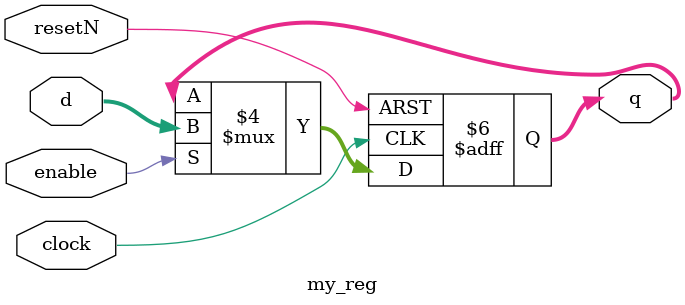
<source format=v>
/* This is an example of how to create animation using the VGA Adapter designed for the DE2 board.
 *
 * This circuit takes four images from memory (stored in animation.mif), where each image is one frame
 * of the animation. The circuit then draws one of these images on the screen such that the top left corner of the image
 * is located at (x_current, y_current). After an image is drawn it is erased and redrawn in a new location
 * by changing x_current and y_current. When the coordiantes of the top left corner are changed the
 * image to be drawn also changes, thus creating an animation.
 *
 * The input to this circuit are a 50MHz clock, called CLOCK_50, and an asynchronous reset, called resetN.
 * The outputs are x,y,color and write_En which indicate when and where to draw a pixel on the screen. These
 * outputs should be directly connected to the VGAAdapter.
 *
 * FSM Author: Tomasz Czajkowski
 * Date: November 27, 2006.
 */

module test_plotting(CLOCK_50, resetN, collision, x, y, color, write_En,negx,negy,posx,posy,backspace,score,test,lives_lost);
	parameter IMAGE_WIDTH = 5'd16;
	parameter IMAGE_WIDTH_COUNTER_BITS = 4;
	parameter IMAGE_HEIGHT = 5'd16;
	parameter IMAGE_HEIGHT_COUNTER_BITS = 4;
	parameter BITS_TO_ADDRESS_IMAGE = 8;
	parameter SCREEN_WIDTH = 8'd160;
	parameter SCREEN_HEIGHT = 7'd120;
	parameter IMAGE_ID_BITS = 2; 
	parameter IMAGE_FROG = "frog.mif";
	parameter IMAGE_CAR = "car.mif";
	parameter IMAGE_SCORE1 = "score1.mif";
	parameter IMAGE_SCORE2 = "score2.mif";
	parameter IMAGE_SCORE3 = "score3.mif";
	parameter IMAGE_LIVES = "lives.mif";
	input CLOCK_50;
	input resetN;
	input negx, negy;
	input posx, posy;
	input backspace;
	output reg [7:0] x;
	output reg [6:0] y;
	output reg [2:0] color;
	output write_En;
	output wire collision;
	output [3:0] score;
	output [1:0] lives_lost;
	output test;
	
	
	/*************************************************************/
	/*** DECLARE LOCAL WIRES *************************************/
	/*************************************************************/
	wire	gnd;
	wire	[2:0] mem_out_frog;
	wire    [2:0] mem_out_car;
	wire    [2:0] mem_out_score1;
	wire    [2:0] mem_out_score2;
	wire    [2:0] mem_out_score3;
	wire    [2:0] lives;
	wire	[2:0] black_color;
	wire    [2:0] red_color;
	wire    [2:0] green_color;
	wire	[BITS_TO_ADDRESS_IMAGE+IMAGE_ID_BITS-1:0] mem_address_frog;
	wire	[BITS_TO_ADDRESS_IMAGE+IMAGE_ID_BITS-1:0] mem_address_car;
	wire	[BITS_TO_ADDRESS_IMAGE+IMAGE_ID_BITS-1:0] mem_address_score1;
	wire	[BITS_TO_ADDRESS_IMAGE+IMAGE_ID_BITS-1:0] mem_address_score2;
	wire	[BITS_TO_ADDRESS_IMAGE+IMAGE_ID_BITS-1:0] mem_address_score3;
	wire	[BITS_TO_ADDRESS_IMAGE+IMAGE_ID_BITS-1:0] mem_address_lives;
	wire	[IMAGE_WIDTH_COUNTER_BITS - 1:0] x_counter;		// Frog
	wire	[IMAGE_HEIGHT_COUNTER_BITS - 1:0] y_counter;
	wire	[IMAGE_WIDTH_COUNTER_BITS - 1:0] x_counter1;	// Column 1
	wire	[IMAGE_HEIGHT_COUNTER_BITS - 1:0] y_counter1;
	wire	[IMAGE_WIDTH_COUNTER_BITS - 1:0] x_counter2;	// Column 2
	wire	[IMAGE_HEIGHT_COUNTER_BITS - 1:0] y_counter2;
	wire	[IMAGE_WIDTH_COUNTER_BITS - 1:0] x_counter3;
	wire	[IMAGE_HEIGHT_COUNTER_BITS - 1:0] y_counter3;
	wire	[IMAGE_WIDTH_COUNTER_BITS - 1:0] x_counter4;
	wire	[IMAGE_HEIGHT_COUNTER_BITS - 1:0] y_counter4;
	wire	enable_x, enable_y;
	wire enable_x1, enable_y1;
	wire enable_x2, enable_y2;
	wire enable_x3, enable_y3;
	wire enable_x4, enable_y4;
	wire	[7:0] x_current;	// Frog
	wire	[6:0] y_current;
	wire	[7:0] x_current1;	// Speed 1
	wire	[6:0] y_current1;
	wire	[7:0] x_current2;	// Speed 2
	wire	[6:0] y_current2;
	wire	[7:0] x_current3;	// Speed 3
	wire	[6:0] y_current3;
	wire	[7:0] x_current4;	// Speed 4
	wire	[6:0] y_current4;
	wire	enable_regs;
	wire	add_x;	// Frog
	wire	add_y;
	wire	add_x1;	// Speed 1
	wire	add_y1;
	wire	add_x2;	// Speed 2
	wire	add_y2;
	wire	add_x3;	// Speed 2
	wire	add_y3;
	wire	add_x4;	// Speed 2
	wire	add_y4;
	wire	toggle_x_dir, toggle_y_dir, enable_loc, erase;
	wire toggle_x_dir1, toggle_y_dir1, enable_loc1, erase1;
	wire toggle_x_dir2, toggle_y_dir2, enable_loc2, erase2;
	wire toggle_x_dir3, toggle_y_dir3, enable_loc3, erase3;
	wire toggle_x_dir4, toggle_y_dir4, enable_loc4, erase4;
	wire write_En1;	// Dummy wire
	wire write_En2;	// Dummy wire
	wire write_En3;	// Dummy wire
	wire write_En4;	// Dummy wire
	wire	[BITS_TO_ADDRESS_IMAGE-1:0] img_offset;
	wire	[BITS_TO_ADDRESS_IMAGE-1:0] img_offset1;
	wire	[BITS_TO_ADDRESS_IMAGE-1:0] img_offset_score1;
	wire	[BITS_TO_ADDRESS_IMAGE-1:0] img_offset_score2;
	wire	[BITS_TO_ADDRESS_IMAGE-1:0] img_offset_score3;
	wire	[BITS_TO_ADDRESS_IMAGE-1:0] img_offset_lives;
	
	
	/* These determines the new location of the top left corner of the image */
	reg		[7:0] new_x;	// Frog
	reg		[6:0] new_y;
	reg		[7:0] new_x1;	// Speed 1
	reg		[6:0] new_y1;
	reg		[7:0] new_x2;	// Speed 2
	reg		[6:0] new_y2;	
	reg		[7:0] new_x3;	// Speed 3
	reg		[6:0] new_y3;
	reg		[7:0] new_x4;	// Speed 4
	reg		[6:0] new_y4;
		
	/* This determines which image to draw. If you want to slow down the animation simply
	 * add a few bits to this set of wires. */
	reg		[IMAGE_ID_BITS-1:0] img_to_show;
	reg		[IMAGE_ID_BITS-1:0] img_to_show1;
	reg		[IMAGE_ID_BITS-1:0] img_to_show_score1; // determines which score to display
	reg		[IMAGE_ID_BITS-1:0] img_to_show_score2;
	reg		[IMAGE_ID_BITS-1:0] img_to_show_score3;
	reg		[IMAGE_ID_BITS-1:0] img_to_show_lives;

	/* The gnd signal is used as input to the WriteEnable port of memory. It is set to 0 so that the animation
	 * images are not altered. */
	assign	gnd = 1'b0;
	
	/* This a signal that defines black color, used when erasing the image.*/
	assign	black_color = 3'b000;
	assign	red_color = 3'b100;
	assign green_color = 3'b010;

	/*************************/
	/* Test Circuit Datapath */
	/*************************/
	
	/* First create RAM to store the animation. Have it initialized with the data describing 4 frames of the animation. */
	lpm_ram_dq my_ram_frog(.inclock(CLOCK_50), .outclock(CLOCK_50), .data(black_color),
						.address(mem_address_frog), .we(gnd), .q(mem_out_frog) );
		defparam my_ram_frog.LPM_FILE = IMAGE_FROG;
		defparam my_ram_frog.LPM_WIDTH = 3;
		defparam my_ram_frog.LPM_WIDTHAD = BITS_TO_ADDRESS_IMAGE+IMAGE_ID_BITS;
		defparam my_ram_frog.LPM_INDATA = "REGISTERED";
		defparam my_ram_frog.LPM_ADDRESS_CONTROL = "REGISTERED";
		defparam my_ram_frog.LPM_OUTDATA = "REGISTERED";

	lpm_ram_dq my_ram_car(.inclock(CLOCK_50), .outclock(CLOCK_50), .data(black_color),
						.address(mem_address_car), .we(gnd), .q(mem_out_car) );
		defparam my_ram_car.LPM_FILE = IMAGE_CAR;
		defparam my_ram_car.LPM_WIDTH = 3;
		defparam my_ram_car.LPM_WIDTHAD = BITS_TO_ADDRESS_IMAGE+IMAGE_ID_BITS;
		defparam my_ram_car.LPM_INDATA = "REGISTERED";
		defparam my_ram_car.LPM_ADDRESS_CONTROL = "REGISTERED";
		defparam my_ram_car.LPM_OUTDATA = "REGISTERED";
		
	lpm_ram_dq my_ram_score1(.inclock(CLOCK_50), .outclock(CLOCK_50), .data(black_color),
							 .address(mem_address_score1), .we(gnd), .q(mem_out_score1) );
		defparam my_ram_score1.LPM_FILE = IMAGE_SCORE1;
		defparam my_ram_score1.LPM_WIDTH = 3;
		defparam my_ram_score1.LPM_WIDTHAD = BITS_TO_ADDRESS_IMAGE+IMAGE_ID_BITS;
		defparam my_ram_score1.LPM_INDATA = "REGISTERED";
		defparam my_ram_score1.LPM_ADDRESS_CONTROL = "REGISTERED";
		defparam my_ram_score1.LPM_OUTDATA = "REGISTERED";
	
	lpm_ram_dq my_ram_score2(.inclock(CLOCK_50), .outclock(CLOCK_50), .data(black_color),
							 .address(mem_address_score2), .we(gnd), .q(mem_out_score2) );
		defparam my_ram_score2.LPM_FILE = IMAGE_SCORE2;
		defparam my_ram_score2.LPM_WIDTH = 3;
		defparam my_ram_score2.LPM_WIDTHAD = BITS_TO_ADDRESS_IMAGE+IMAGE_ID_BITS;
		defparam my_ram_score2.LPM_INDATA = "REGISTERED";
		defparam my_ram_score2.LPM_ADDRESS_CONTROL = "REGISTERED";
		defparam my_ram_score2.LPM_OUTDATA = "REGISTERED";
		
	lpm_ram_dq my_ram_score3(.inclock(CLOCK_50), .outclock(CLOCK_50), .data(black_color),
							 .address(mem_address_score3), .we(gnd), .q(mem_out_score3) );
		defparam my_ram_score3.LPM_FILE = IMAGE_SCORE3;
		defparam my_ram_score3.LPM_WIDTH = 3;
		defparam my_ram_score3.LPM_WIDTHAD = BITS_TO_ADDRESS_IMAGE+IMAGE_ID_BITS;
		defparam my_ram_score3.LPM_INDATA = "REGISTERED";
		defparam my_ram_score3.LPM_ADDRESS_CONTROL = "REGISTERED";
		defparam my_ram_score3.LPM_OUTDATA = "REGISTERED";
	
	lpm_ram_dq my_ram_lives(.inclock(CLOCK_50), .outclock(CLOCK_50), .data(black_color),
							 .address(mem_address_lives), .we(gnd), .q(mem_out_lives) );
		defparam my_ram_lives.LPM_FILE = IMAGE_LIVES;
		defparam my_ram_lives.LPM_WIDTH = 3;
		defparam my_ram_lives.LPM_WIDTHAD = BITS_TO_ADDRESS_IMAGE+IMAGE_ID_BITS;
		defparam my_ram_lives.LPM_INDATA = "REGISTERED";
		defparam my_ram_lives.LPM_ADDRESS_CONTROL = "REGISTERED";
		defparam my_ram_lives.LPM_OUTDATA = "REGISTERED";
				
	/* Create address for memory access */
	/* First define which image to draw, indicies 0-3. */
	assign mem_address_frog[BITS_TO_ADDRESS_IMAGE+IMAGE_ID_BITS -1 : BITS_TO_ADDRESS_IMAGE] = img_to_show;
	assign mem_address_car[BITS_TO_ADDRESS_IMAGE+IMAGE_ID_BITS -1 : BITS_TO_ADDRESS_IMAGE] = img_to_show1;
	assign mem_address_score1[BITS_TO_ADDRESS_IMAGE+IMAGE_ID_BITS -1 : BITS_TO_ADDRESS_IMAGE] = img_to_show_score1;
	assign mem_address_score2[BITS_TO_ADDRESS_IMAGE+IMAGE_ID_BITS -1 : BITS_TO_ADDRESS_IMAGE] = img_to_show_score2;
	assign mem_address_score3[BITS_TO_ADDRESS_IMAGE+IMAGE_ID_BITS -1 : BITS_TO_ADDRESS_IMAGE] = img_to_show_score3;
	assign mem_address_lives[BITS_TO_ADDRESS_IMAGE+IMAGE_ID_BITS -1 : BITS_TO_ADDRESS_IMAGE] = img_to_show_lives;
	
	/* Then compute which pixel out of an image to draw.*/
	assign img_offset = y_counter*IMAGE_WIDTH + x_counter;
	assign img_offset1 = y_counter1*IMAGE_WIDTH + x_counter1;
	assign img_offset_score1 = y_counter*IMAGE_WIDTH + x_counter;
	assign img_offset_score2 = y_counter*IMAGE_WIDTH + x_counter;
	assign img_offset_score3 = y_counter*IMAGE_WIDTH + x_counter;
	assign img_offset_lives = y_counter*IMAGE_WIDTH + x_counter;
	assign mem_address_frog[BITS_TO_ADDRESS_IMAGE-1:0] = img_offset;
	assign mem_address_car[BITS_TO_ADDRESS_IMAGE-1:0] = img_offset1;
	assign mem_address_score1[BITS_TO_ADDRESS_IMAGE-1:0] = img_offset_score1;
	assign mem_address_score2[BITS_TO_ADDRESS_IMAGE-1:0] = img_offset_score2;
	assign mem_address_score3[BITS_TO_ADDRESS_IMAGE-1:0] = img_offset_score3;
	assign mem_address_lives[BITS_TO_ADDRESS_IMAGE-1:0] = img_offset_lives;

	/* Create counters to index a particular pixel out of an animation image.
	 * Have them reset when they reach the end of the image line. */
	counter counter_x(.clock(CLOCK_50), .enable(enable_x), .resetN(resetN), .q(x_counter));
		defparam counter_x.WIDTH = IMAGE_WIDTH_COUNTER_BITS;
		defparam counter_x.RESET_VALUE = IMAGE_WIDTH;
	counter counter_y(.clock(CLOCK_50), .enable(enable_y), .resetN(resetN), .q(y_counter));
		defparam counter_y.WIDTH = IMAGE_HEIGHT_COUNTER_BITS;
		defparam counter_y.RESET_VALUE = IMAGE_HEIGHT;
	
	counter counter_x1(.clock(CLOCK_50), .enable(enable_x1), .resetN(resetN), .q(x_counter1));
		defparam counter_x1.WIDTH = IMAGE_WIDTH_COUNTER_BITS;
		defparam counter_x1.RESET_VALUE = IMAGE_WIDTH;
	counter counter_y1(.clock(CLOCK_50), .enable(enable_y1), .resetN(resetN), .q(y_counter1));
		defparam counter_y1.WIDTH = IMAGE_HEIGHT_COUNTER_BITS;
		defparam counter_y1.RESET_VALUE = IMAGE_HEIGHT;	
		
	counter counter_x2(.clock(CLOCK_50), .enable(enable_x2), .resetN(resetN), .q(x_counter2));
		defparam counter_x2.WIDTH = IMAGE_WIDTH_COUNTER_BITS;
		defparam counter_x2.RESET_VALUE = IMAGE_WIDTH;
	counter counter_y2(.clock(CLOCK_50), .enable(enable_y2), .resetN(resetN), .q(y_counter2));
		defparam counter_y2.WIDTH = IMAGE_HEIGHT_COUNTER_BITS;
		defparam counter_y2.RESET_VALUE = IMAGE_HEIGHT;	
		
	counter counter_x3(.clock(CLOCK_50), .enable(enable_x3), .resetN(resetN), .q(x_counter3));
		defparam counter_x3.WIDTH = IMAGE_WIDTH_COUNTER_BITS;
		defparam counter_x3.RESET_VALUE = IMAGE_WIDTH;
	counter counter_y3(.clock(CLOCK_50), .enable(enable_y3), .resetN(resetN), .q(y_counter3));
		defparam counter_y3.WIDTH = IMAGE_HEIGHT_COUNTER_BITS;
		defparam counter_y3.RESET_VALUE = IMAGE_HEIGHT;	
		
	counter counter_x4(.clock(CLOCK_50), .enable(enable_x4), .resetN(resetN), .q(x_counter4));
		defparam counter_x4.WIDTH = IMAGE_WIDTH_COUNTER_BITS;
		defparam counter_x4.RESET_VALUE = IMAGE_WIDTH;
	counter counter_y4(.clock(CLOCK_50), .enable(enable_y4), .resetN(resetN), .q(y_counter4));
		defparam counter_y4.WIDTH = IMAGE_HEIGHT_COUNTER_BITS;
		defparam counter_y4.RESET_VALUE = IMAGE_HEIGHT;			
	
		
	
	/* Create a register to store the current location of the top left corner of the image being moved around. 
	 */
	my_reg current_x(.d(new_x), .clock(CLOCK_50), .enable(enable_loc), .resetN(resetN), .q(x_current));
		defparam current_x.WIDTH = 8;
	my_reg current_y(.d(new_y), .clock(CLOCK_50), .enable(enable_loc), .resetN(resetN), .q(y_current));
		defparam current_y.WIDTH = 7;
		
	my_reg current_x1(.d(new_x1), .clock(CLOCK_50), .enable(enable_loc1), .resetN(resetN), .q(x_current1));
		defparam current_x1.WIDTH = 8;
	my_reg current_y1(.d(new_y1), .clock(CLOCK_50), .enable(enable_loc1), .resetN(resetN), .q(y_current1));
		defparam current_y1.WIDTH = 7;	
	
	my_reg current_x2(.d(new_x2), .clock(CLOCK_50), .enable(enable_loc2), .resetN(resetN), .q(x_current2));
		defparam current_x2.WIDTH = 8;
	my_reg current_y2(.d(new_y2), .clock(CLOCK_50), .enable(enable_loc2), .resetN(resetN), .q(y_current2));
		defparam current_y2.WIDTH = 7;	
	
	my_reg current_x3(.d(new_x3), .clock(CLOCK_50), .enable(enable_loc), .resetN(resetN), .q(x_current3));
		defparam current_x3.WIDTH = 8;
	my_reg current_y3(.d(new_y3), .clock(CLOCK_50), .enable(enable_loc), .resetN(resetN), .q(y_current3));
		defparam current_y3.WIDTH = 7;	
	
	my_reg current_x4(.d(new_x4), .clock(CLOCK_50), .enable(enable_loc), .resetN(resetN), .q(x_current4));
		defparam current_x2.WIDTH = 8;	
	my_reg current_y4(.d(new_y4), .clock(CLOCK_50), .enable(enable_loc), .resetN(resetN), .q(y_current4));
		defparam current_y4.WIDTH = 7;			


/*fsm for frogger movement*/

parameter A=3'b000,U=3'b001,D=3'b010,R=3'b100,L=3'b101,COLLISION=3'b111,X=3'b110;
reg [2:0] NS,CS;
reg addy,addx,neg,GAME_OVER;
reg collision_reset;//this will reset the position of the frog when it hits something
reg [1:0] lives_lost;
reg [3:0] score;
reg score_increase;
reg lives_decrease;
//up, down ,right will depend on the keyboard input
//checcking for collision will depend on the vga position


always @ (*)
begin
	case (CS)
	A:
	begin
		if(!backspace)NS<=X;
		else if(score == 12) NS <= X;
		else if(lives_lost == 2'b11) NS<=X;
		else if(collision) NS<=COLLISION;// check for collision and do the necessary next steps
		else if(!posy) NS<=U;
		else if(!negy) NS<=D;
		else if(!negx) NS<=L;
		else if(!posx) NS<=R;
		else NS<=A;
		addy<=1'b0;addx<=1'b0;neg<=1'b0;
		collision_reset<= 1'b0;
		lives_decrease<= 1'b0;
		GAME_OVER=1'b0;
	end
	U:
	begin
		addy<=1'b1;
		addx<=1'b0;
		neg<=1'b0;
		NS<=A;
		collision_reset<=1'b0;
		lives_decrease<= 1'b0;
		GAME_OVER=1'b0;
	end
	D:
	begin
		addy<=1'b1;
		addx<=1'b0;
		neg<=1'b1;
		NS<=A;
		collision_reset<=1'b0;
		lives_decrease<= 1'b0;
		GAME_OVER=1'b0;
	end
	R:
	begin
		addy<=1'b0;
		addx<=1'b1;
		neg<=1'b0;
		NS<=A;
		collision_reset<=1'b0;
		lives_decrease<= 1'b0;
		GAME_OVER=1'b0;
	end
	L:
	begin
		addy<=1'b0;
		addx<=1'b1;
		neg<=1'b1;
		NS<=A;
		collision_reset<=1'b0;
		lives_decrease<= 1'b0;
		GAME_OVER=1'b0;
	end
	COLLISION:
	begin
		addy<=1'b0;
		addx<=1'b0;
		neg<=1'b0;
		collision_reset<=1'b1;
		NS<=A;
		lives_decrease<= 1'b1;
		GAME_OVER=1'b0;
	end
	X:		//this state happens after the frog dies 3 times
	begin
		addy<=1'b0;
		addx<=1'b0;
		neg<=1'b0;
	    GAME_OVER=1'b1;
		NS <= A;
		collision_reset<=1'b1;
		lives_decrease<= 1'b0;
	end
	default
	begin
		NS<=A;
		addy<=1'b0;
		addx<=1'b0;
		neg<=1'b0;
		collision_reset<=1'b0;
		lives_decrease<= 1'b0;
		GAME_OVER=1'b0;
	end
	endcase
end


always @(posedge CLOCK_50)
	CS<=NS;
	
always @ (posedge score_increase or posedge GAME_OVER)
	if (GAME_OVER)
		begin
		score <= 1'b0;
		img_to_show_score1 = 1'b0;
		img_to_show_score2 = 1'b0;
		img_to_show_score3 = 1'b0;
		end
	else
		begin
		score <= score + 1'b1;
		if (score < 3)
		img_to_show_score1 = img_to_show_score1 + 1'b1;
		else if (score > 3 && score < 7)
		img_to_show_score2 = img_to_show_score2 + 1'b1;
		else if (score > 7 && score < 11)
		img_to_show_score3 = img_to_show_score3 + 1'b1;
		end
		
always @ (negedge tmp or posedge GAME_OVER)
	if(GAME_OVER)
		begin
		lives_lost<= 1'b0;
		img_to_show = + 1'b0;
		img_to_show_lives = 1'b0;
		end
	else
		begin
		img_to_show = img_to_show + 1'b1;
		lives_lost <= lives_lost + 1'b1;
		img_to_show_lives = img_to_show_lives + 1'b1;
		end

	


/*end of fsm for frogger*/

	/* Create adders to change (x_current,y_current) */
	
	/* Adders which control frog location */
	always @(*)
	begin
		if(collision_reset)
			begin
			score_increase <= 1'b0;
			new_x<= 0;
			end
		else if (x_current == 8'd160)
			begin
			score_increase <= 1'b1;
			new_x <= x_current + 3'b100;
			end
		else if (neg == 1 && x_current != 0 && addx==1 && x_current < 144)//(add_x == 1'b0)
			begin
			score_increase <= 1'b0;
			new_x <= x_current - 3'b100;//posx;
			end
		else if( neg==0 && addx==1)
			begin
			score_increase <= 1'b0;
			new_x <= x_current + 3'b100;
			end
		else
			begin
			score_increase <= 1'b0;
			new_x<=x_current;	
			end
	end
	reg tmp;
	always @(*)
	begin
		if(collision_reset)
			begin
			new_y<= 53;
			tmp <= 1'b0;
			end
		else if (y_current == 53)
			begin
			new_y <= 52;
			if (GAME_OVER)
				tmp <= 1'b0;
			else
				tmp <= 1'b1;
			end
		else if (neg == 0 && addy == 1)
			begin
			new_y <= y_current - 3'b100;
			tmp <= 1'b0;
			end
		else if(neg==1 && addy==1)
			begin
			new_y <= y_current + 3'b100;
			tmp <= 1'b0;
			end
		else
		begin
			tmp <= 1'b0;
			new_y <= y_current;
		end
	end
	
	/* Adders which control car/truck location/speed */
	
	always @(posedge CLOCK_50)
	begin
		new_x1 <= 0;
		if (GAME_OVER)
		new_y1 = 0;
		else if (score < 7)
		new_y1 <= y_current1 + 2'b01;
		else
		new_y1 <= y_current1 + 2'b10;
		
	end
	
	always @(posedge CLOCK_50)
	begin
		new_x2 <= 0;
		if (GAME_OVER)
		new_y2 = 0;
		else if (score < 5)
		new_y2 <= y_current2 + 2'b01;
		else
		new_y2 <= y_current2 + 2'b10;
	end
	
	always @(posedge CLOCK_50)
	begin
		new_x3 <= 0;
		if (GAME_OVER)
		new_y3 = 0;
		else if (score < 10)
			new_y3 <= y_current3 + 1'b1;
		else 
			new_y3 <= y_current3 + 2'b10;
	end
	
	always @(posedge CLOCK_50)
	begin
		new_x4 <= 0;
		if (GAME_OVER)
		new_y4 = 0;
		else if (score <3)
		new_y4 <= y_current4 + 2'b01;
		else if (score <10)
		new_y4 <= y_current4 + 2'b10;
		else if (score <11)
		new_y4 <= y_current4 + 3'b100;
		else
		new_y4 <= y_current4 + 2'b11;
	end

	function hit_detection;
		input integer x;
		input integer y;
		input [7:0] xcur;
		input [6:0] ycur;
		input [7:0] xcur1;
		input [6:0] ycur1;
		
		if (xcur < x + 16 && xcur + 16 > x)
			begin
				if ( ycur1 + y <= 111 && ycur < ycur1 + y + 16 && ycur + 16 > ycur1 + y ||
					 ycur1 + y > 111 && ycur < ycur1 + y - 120 + 9 && ycur + 16 > ycur1 + y - 120)
					hit_detection = 1;
				else
					hit_detection = 0;
			end
		else
		    hit_detection = 0;
	endfunction 
	
	
	assign collision =(hit_detection(18,0,x_current, y_current, x_current1, y_current1)|
					   hit_detection(34,0,x_current, y_current, x_current2, y_current2)|
					   hit_detection(34,40,x_current, y_current, x_current2, y_current2)|
					   hit_detection(90,60,x_current, y_current, x_current3, y_current3)| 
					   hit_detection(108,0,x_current, y_current, x_current4, y_current4)| 
					   hit_detection(108,18,x_current, y_current, x_current4, y_current4)| 
					   hit_detection(108,36,x_current, y_current, x_current4, y_current4));
		
	/* Create two T-Flip Flops to determine if the x/y coordinate should be increased or decreased by one
	 * the next time x_current, y_current are changed. Signals toggle_x_dir, toggle_y_dir will become 1
	 * for one clock cycle and will cause the state of the add_x, add_y FFs to toggle. When add_x is 0 x_current will
	 * increment, otherwise it will decrement. Similarly, when add_y is 0 y_current will
	 * increment, otherwise it will decrement.
	 */
	my_reg direction_x_t_FF(.d(~add_x), .clock(CLOCK_50), .enable(toggle_x_dir), .resetN(resetN), .q(add_x));
		defparam direction_x_t_FF.WIDTH = 1;
	my_reg direction_y_t_FF(.d(~add_y), .clock(CLOCK_50), .enable(toggle_y_dir), .resetN(resetN), .q(add_y));
		defparam direction_y_t_FF.WIDTH = 1;
		
	my_reg direction_x_t_FF1(.d(~add_x1), .clock(CLOCK_50), .enable(toggle_x_dir1), .resetN(resetN), .q(add_x1));
		defparam direction_x_t_FF1.WIDTH = 1;
	my_reg direction_y_t_FF1(.d(~add_y1), .clock(CLOCK_50), .enable(toggle_y_dir1), .resetN(resetN), .q(add_y1));
		defparam direction_y_t_FF1.WIDTH = 1;	
		
	my_reg direction_x_t_FF2(.d(~add_x2), .clock(CLOCK_50), .enable(toggle_x_dir2), .resetN(resetN), .q(add_x2));
		defparam direction_x_t_FF2.WIDTH = 1;
	my_reg direction_y_t_FF2(.d(~add_y2), .clock(CLOCK_50), .enable(toggle_y_dir2), .resetN(resetN), .q(add_y2));
		defparam direction_y_t_FF2.WIDTH = 1;	
		
	my_reg direction_x_t_FF3(.d(~add_x3), .clock(CLOCK_50), .enable(toggle_x_dir3), .resetN(resetN), .q(add_x3));
		defparam direction_x_t_FF3.WIDTH = 1;
	my_reg direction_y_t_FF3(.d(~add_y3), .clock(CLOCK_50), .enable(toggle_y_dir3), .resetN(resetN), .q(add_y3));
		defparam direction_y_t_FF3.WIDTH = 1;	
		
	my_reg direction_x_t_FF4(.d(~add_x4), .clock(CLOCK_50), .enable(toggle_x_dir4), .resetN(resetN), .q(add_x4));
		defparam direction_x_t_FF4.WIDTH = 1;
	my_reg direction_y_t_FF4(.d(~add_y4), .clock(CLOCK_50), .enable(toggle_y_dir4), .resetN(resetN), .q(add_y4));
		defparam direction_y_t_FF4.WIDTH = 1;			

	
	/*******************************************/
	/* Create the FSM to control this circuit. */
	/*******************************************/
	fsm my_fsm(	.clock(CLOCK_50), .resetN(resetN), .x_dir(add_x), .y_dir(add_y),
		.x_origin(x_current), .y_origin(y_current), .x_subimage(x_counter), .y_subimage(y_counter),
		.change_x_dir(toggle_x_dir), .change_y_dir(toggle_y_dir),
		.enable_x(enable_x), .enable_y(enable_y), .enable_loc(enable_loc),
		.plot_dot(write_En), .erase(erase));
		defparam my_fsm.IMAGE_WIDTH = IMAGE_WIDTH;
		defparam my_fsm.IMAGE_HEIGHT = IMAGE_HEIGHT;
		defparam my_fsm.IMAGE_WIDTH_COUNTER_BITS = IMAGE_WIDTH_COUNTER_BITS;
		defparam my_fsm.IMAGE_HEIGHT_COUNTER_BITS = IMAGE_HEIGHT_COUNTER_BITS;
		defparam my_fsm.SCREEN_WIDTH = SCREEN_WIDTH;
		defparam my_fsm.SCREEN_HEIGHT = SCREEN_HEIGHT;
	
	fsm my_fsm1(.clock(CLOCK_50), .resetN(resetN), .x_dir(add_x1), .y_dir(add_y1),
		.x_origin(x_current1), .y_origin(y_current1), .x_subimage(x_counter1), .y_subimage(y_counter1),
		.change_x_dir(toggle_x_dir1), .change_y_dir(toggle_y_dir1),
		.enable_x(enable_x1), .enable_y(enable_y1), .enable_loc(enable_loc1),
		.plot_dot(write_En1), .erase(erase1));
		defparam my_fsm1.IMAGE_WIDTH = IMAGE_WIDTH;
		defparam my_fsm1.IMAGE_HEIGHT = IMAGE_HEIGHT;
		defparam my_fsm1.IMAGE_WIDTH_COUNTER_BITS = IMAGE_WIDTH_COUNTER_BITS;
		defparam my_fsm1.IMAGE_HEIGHT_COUNTER_BITS = IMAGE_HEIGHT_COUNTER_BITS;
		defparam my_fsm1.SCREEN_WIDTH = SCREEN_WIDTH;
		defparam my_fsm1.SCREEN_HEIGHT = SCREEN_HEIGHT;	
		
	fsm my_fsm2(.clock(CLOCK_50), .resetN(resetN), .x_dir(add_x2), .y_dir(add_y2),
		.x_origin(x_current2), .y_origin(y_current2), .x_subimage(x_counter2), .y_subimage(y_counter2),
		.change_x_dir(toggle_x_dir2), .change_y_dir(toggle_y_dir2),
		.enable_x(enable_x2), .enable_y(enable_y2), .enable_loc(enable_loc2),
		.plot_dot(write_En2), .erase(erase2));
		defparam my_fsm2.IMAGE_WIDTH = IMAGE_WIDTH;
		defparam my_fsm2.IMAGE_HEIGHT = IMAGE_HEIGHT;
		defparam my_fsm2.IMAGE_WIDTH_COUNTER_BITS = IMAGE_WIDTH_COUNTER_BITS;
		defparam my_fsm2.IMAGE_HEIGHT_COUNTER_BITS = IMAGE_HEIGHT_COUNTER_BITS;
		defparam my_fsm2.SCREEN_WIDTH = SCREEN_WIDTH;
		defparam my_fsm2.SCREEN_HEIGHT = SCREEN_HEIGHT;	
		
	fsm my_fsm3(.clock(CLOCK_50), .resetN(resetN), .x_dir(add_x3), .y_dir(add_y3),
		.x_origin(x_current3), .y_origin(y_current3), .x_subimage(x_counter3), .y_subimage(y_counter3),
		.change_x_dir(toggle_x_dir3), .change_y_dir(toggle_y_dir3),
		.enable_x(enable_x3), .enable_y(enable_y3), .enable_loc(enable_loc3),
		.plot_dot(write_En3), .erase(erase3));
		defparam my_fsm3.IMAGE_WIDTH = IMAGE_WIDTH;
		defparam my_fsm3.IMAGE_HEIGHT = IMAGE_HEIGHT;
		defparam my_fsm3.IMAGE_WIDTH_COUNTER_BITS = IMAGE_WIDTH_COUNTER_BITS;
		defparam my_fsm3.IMAGE_HEIGHT_COUNTER_BITS = IMAGE_HEIGHT_COUNTER_BITS;
		defparam my_fsm3.SCREEN_WIDTH = SCREEN_WIDTH;
		defparam my_fsm3.SCREEN_HEIGHT = SCREEN_HEIGHT;	
		
	fsm my_fsm4(.clock(CLOCK_50), .resetN(resetN), .x_dir(add_x4), .y_dir(add_y4),
		.x_origin(x_current4), .y_origin(y_current4), .x_subimage(x_counter4), .y_subimage(y_counter4),
		.change_x_dir(toggle_x_dir4), .change_y_dir(toggle_y_dir4),
		.enable_x(enable_x4), .enable_y(enable_y4), .enable_loc(enable_loc4),
		.plot_dot(write_En4), .erase(erase4));
		defparam my_fsm4.IMAGE_WIDTH = IMAGE_WIDTH;
		defparam my_fsm4.IMAGE_HEIGHT = IMAGE_HEIGHT;
		defparam my_fsm4.IMAGE_WIDTH_COUNTER_BITS = IMAGE_WIDTH_COUNTER_BITS;
		defparam my_fsm4.IMAGE_HEIGHT_COUNTER_BITS = IMAGE_HEIGHT_COUNTER_BITS;
		defparam my_fsm4.SCREEN_WIDTH = SCREEN_WIDTH;
		defparam my_fsm4.SCREEN_HEIGHT = SCREEN_HEIGHT;			
	/*******************************************/
	/* Create outputs for the circuit.         */
	/*******************************************/
	
	/* The color is either black, when the image is being erased, or corresponds to the color
	 * of the appropriate pixel as it read from memory. 
	 */
	 
	 reg [3:0] chk;
	 always @ (posedge CLOCK_50)
		begin
			if (chk == 0)
				begin
				x <= x_current + x_counter;
				y <= y_current + y_counter;
				color <= (erase == 1'b1) ? black_color : mem_out_frog;
				chk <= chk + 1;
				end
			else if (chk == 1)
				begin
				x <= x_current1 + x_counter1 + 18;
				y <= y_current1 + y_counter1 + 0;
				color <= (erase1 == 1'b1) ? black_color : mem_out_car;
				chk <= chk+1;
				end
			else if (chk == 2)
				begin
					x <= x_current2 + x_counter2 + 34;
					y <= y_current2 + y_counter2 + 0;
					color <= (erase1 == 1'b1) ? black_color : mem_out_car;
					chk <= chk + 1;
				end	
			else if (chk == 3)
				begin
					x <= x_current2 + x_counter2 + 34;
					y <= y_current2 + y_counter2 + 40;
					color <= (erase1 == 1'b1) ? black_color : mem_out_car;
					chk <= chk + 1;
				end		
			else if (chk == 4)
				begin
					x <= x_current3 + x_counter3 + 90;
					y <= y_current3 + y_counter3 + 60;
					color <= (erase2 == 1'b1) ? black_color : mem_out_car;
					chk <= chk + 1;
				end	
			else if (chk == 5)
				begin
					x <= x_current4 + x_counter4 + 108;
					y <= y_current4 + y_counter4 + 0;
					color <= (erase2 == 1'b1) ? black_color : mem_out_car;
					chk <= chk + 1;
				end	
			else if (chk == 6)
				begin
					x <= x_current4 + x_counter4 + 108;
					y <= y_current4 + y_counter4 + 18;
					color <= (erase2 == 1'b1) ? black_color : mem_out_car;
					chk <= chk + 1;
				end	
			else if (chk == 7)
				begin
					x <= x_current4 + x_counter4 + 108;
					y <= y_current4 + y_counter4 + 36;
					color <= (erase2 == 1'b1) ? black_color : mem_out_car;
					chk <= chk + 1;
				end		
			else if (chk == 8)
				begin
					x <= x_counter2 + 128;
					y <= y_counter2 + 2;
					if (score <= 3)
					color <= (erase2 == 1'b1) ? black_color : mem_out_score1;
					else if (score <= 7)
					color <= (erase2 == 1'b1) ? black_color : mem_out_score2;
					else if (score <= 11)
					color <= (erase2 == 1'b1) ? black_color : mem_out_score3;
					else
					color <= black_color;
					chk <= chk + 1;
				end	
			else if (chk == 9)
				begin
					x <= x_counter1 + 145;
					y <= y_counter1;
					color <= (erase2 == 1'b1) ? black_color : mem_out_lives;
					chk <= 0;
				end	
		end

endmodule


/*************************************************************************************************/
/** HERE IS THE FINITE STATE MACHINE FOR THE DESIGN **********************************************/
/*************************************************************************************************/
module fsm (clock, resetN, x_dir, y_dir, x_origin, y_origin, x_subimage, y_subimage, change_x_dir, change_y_dir, enable_x, enable_y, enable_loc, plot_dot, erase);
	parameter IMAGE_WIDTH = 16;
	parameter IMAGE_WIDTH_COUNTER_BITS = 4;
	parameter IMAGE_HEIGHT = 16;
	parameter IMAGE_HEIGHT_COUNTER_BITS = 4;
	parameter SCREEN_WIDTH = 160;
	parameter SCREEN_HEIGHT = 120;
	parameter DELAY_DURATION = 1000000;
	input clock;
	input resetN;
	input x_dir, y_dir;
	input [7:0] x_origin;
	input [6:0] y_origin;
	input [IMAGE_WIDTH_COUNTER_BITS-1:0] x_subimage;
	input [IMAGE_HEIGHT_COUNTER_BITS-1:0] y_subimage;

	output reg change_x_dir;
	output reg change_y_dir;
	output enable_x;
	output enable_y;
	output enable_loc;
	output plot_dot;
	output erase;

	reg [3:0] current_state;
	reg [3:0] next_state;
	reg erase_state;

	wire vcc;
	wire [19:0] delay_counter;

	parameter WAIT_STATE = 4'b0000;
	parameter MOVE_ORIGIN = 4'b0001;
	parameter WAIT_FIRST_CYCLE = 4'b010;
	parameter WAIT_SECOND_CYCLE = 4'b011;
	parameter WAIT_THIRD_CYCLE = 4'b0100;
	parameter WAIT_FOURTH_CYCLE = 4'b0101;
	parameter WAIT_FIFTH_CYCLE = 4'b0110;
	parameter WAIT_SIXTH_CYCLE = 4'b0111;
	parameter WAIT_SEVENTH_CYCLE = 4'b1000;
	parameter WAIT_EIGHTH_CYCLE = 4'b1001;
	parameter WAIT_NINTH_CYCLE = 4'b1010;
	parameter WAIT_TENTH_CYCLE = 4'b1011;
	parameter DRAW_DOT = 4'b1101;
	parameter INCREMENT_X = 4'b1110;
	parameter INCREMENT_Y = 4'b1111;

	assign vcc = 1'b1;

	/* Delay counter. Basically wait 1 million clock cycles before changing the image. This will make the
	 * dude move 50 times a second.
	 * To avoid flickering use VSYNC instead of this counter.
	 */
	counter delay(.clock(clock), .resetN(resetN), .enable(vcc), .q(delay_counter));
		defparam delay.WIDTH = 20;
		defparam delay.RESET_VALUE = DELAY_DURATION;

	/* State Transitions - The idea is to first erase the image, move the top-left corner (ie. origin)
	 * and then draw the image. To do this, we just draw the image twice, once with all black colour,
	 * the other time with the actual image from memory. */
	always @(current_state or resetN or delay_counter or x_subimage or y_subimage or erase_state)
	begin
		case (current_state)
			/* Reset state */
			WAIT_STATE: if (delay_counter == 1'b0)
						next_state <= WAIT_FIRST_CYCLE; 
					else
						next_state <= WAIT_STATE;

			/* Move the top left corner of the image. */
			MOVE_ORIGIN: next_state <= WAIT_FIRST_CYCLE;
			
			WAIT_FIRST_CYCLE: next_state <= WAIT_SECOND_CYCLE;
			WAIT_SECOND_CYCLE: next_state <= WAIT_THIRD_CYCLE;
			WAIT_THIRD_CYCLE: next_state <= WAIT_FOURTH_CYCLE;
			WAIT_FOURTH_CYCLE: next_state <= WAIT_FIFTH_CYCLE;
			WAIT_FIFTH_CYCLE: next_state <= WAIT_SIXTH_CYCLE;
			WAIT_SIXTH_CYCLE: next_state <= WAIT_SEVENTH_CYCLE;
			WAIT_SEVENTH_CYCLE: next_state <= WAIT_EIGHTH_CYCLE;
			WAIT_EIGHTH_CYCLE: next_state <= WAIT_NINTH_CYCLE;
			WAIT_NINTH_CYCLE: next_state <= WAIT_TENTH_CYCLE;
			WAIT_TENTH_CYCLE: next_state <= DRAW_DOT;
			DRAW_DOT: next_state <= INCREMENT_X;
			INCREMENT_X:	if (x_subimage == IMAGE_WIDTH - 1)
								next_state <= INCREMENT_Y;
							else
								next_state <= WAIT_FIRST_CYCLE;
			INCREMENT_Y:	if ((x_subimage == 'b0) && (y_subimage == IMAGE_HEIGHT - 1))
							begin
								if (erase_state == 1'b1)
								begin
									/* If I was erasing then move the origin and draw new image. */
									next_state = MOVE_ORIGIN;
								end
								else
								begin
									/* Otherwise go to the WAIT_STATE and hold until the next frame (approximately) */
									next_state <= WAIT_STATE;
								end
							end
							else
								next_state <= WAIT_FIRST_CYCLE;
			/* Other cases are don't cares. */
			default: next_state <= 3'bxxx;				
		endcase
	end

	/* State Variables */
	always @(posedge clock or negedge resetN)
	begin
		if (resetN == 1'b0)
			current_state <= WAIT_STATE;
		else
			current_state <= next_state;
	end

	/* Erase state */
	always @(posedge clock or negedge resetN)
	begin
		if (resetN == 1'b0)
			erase_state <= 1'b1;
		else
		begin
			if (current_state == MOVE_ORIGIN)
				erase_state <= 1'b0;
			else if (current_state == WAIT_STATE)
				erase_state <= 1'b1;
		end
	end

	/* Create State Outputs */
	always @(current_state or x_dir or y_dir or x_origin or y_origin)
	begin
		case (current_state)
			MOVE_ORIGIN:
				begin
					change_x_dir = 1'b0;
					change_y_dir = 1'b0;				
					if (x_dir == 1'b0)
					begin
						if (x_origin + IMAGE_WIDTH == SCREEN_WIDTH - 1)
							change_x_dir = 1'b1;
					end
					else
					begin
						if (x_origin == 8'd1)
							change_x_dir = 1'b1;
					end
					if (y_dir == 1'b0)
					begin
						if (y_origin + IMAGE_HEIGHT == SCREEN_HEIGHT - 1)
							change_y_dir = 1'b1;
					end
					else
					begin
						if (y_origin == 7'd1)
							change_y_dir = 1'b1;
					end
				end
			default: begin
					change_x_dir = 1'b0;
					change_y_dir = 1'b0;
				   end					
		endcase
	end

	assign plot_dot = 1; // (current_state == DRAW_DOT);
	assign enable_loc = (current_state == MOVE_ORIGIN);
	assign enable_x = (current_state == INCREMENT_X);
	assign enable_y = (current_state == INCREMENT_Y);
	assign erase = erase_state;
endmodule


/*****************************************************/
/** Here are some helper modules                    **/
/*****************************************************/
module counter(clock, enable, resetN, q);
	parameter WIDTH = 4;
	parameter RESET_VALUE = 8;

	input clock;
	input resetN;
	input enable;
	output [WIDTH-1:0]q;
	reg [WIDTH-1:0]q;

	always @(posedge clock or negedge resetN)
	begin
		if (resetN == 1'b0)
			q <= 'b0;
		else
		begin
			if (enable == 1'b1)
			begin
				if (q == RESET_VALUE - 1)
					q <= 'b0;
				else
					q <= q+1'b1;
			end
		end
	end
endmodule

module my_reg(d, clock, enable, resetN, q);
	parameter WIDTH = 4;

	input clock;
	input resetN;
	input enable;
	input [WIDTH-1:0]d;
	output [WIDTH-1:0]q;
	reg [WIDTH-1:0]q;

	always @(posedge clock or negedge resetN)
	begin
		if (resetN == 1'b0)
			q <= 'b0;
		else
		begin
			if (enable == 1'b1)
				q <= d;
		end
	end
endmodule

</source>
